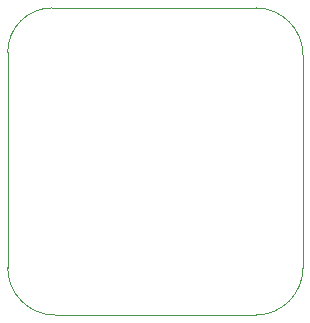
<source format=gbr>
%TF.GenerationSoftware,KiCad,Pcbnew,9.0.0*%
%TF.CreationDate,2026-02-19T11:21:19+01:00*%
%TF.ProjectId,SwitchlessMOD,53776974-6368-46c6-9573-734d4f442e6b,rev?*%
%TF.SameCoordinates,Original*%
%TF.FileFunction,Profile,NP*%
%FSLAX46Y46*%
G04 Gerber Fmt 4.6, Leading zero omitted, Abs format (unit mm)*
G04 Created by KiCad (PCBNEW 9.0.0) date 2026-02-19 11:21:19*
%MOMM*%
%LPD*%
G01*
G04 APERTURE LIST*
%TA.AperFunction,Profile*%
%ADD10C,0.050000*%
%TD*%
G04 APERTURE END LIST*
D10*
X127000000Y-92750000D02*
X127000000Y-111000000D01*
X130800000Y-89000000D02*
X130750000Y-89000000D01*
X148000000Y-115000000D02*
X131000000Y-115000000D01*
X127000000Y-92750000D02*
G75*
G02*
X130750000Y-89000000I3750000J0D01*
G01*
X152000000Y-93200000D02*
X152000000Y-111000000D01*
X152000000Y-93000000D02*
X152000000Y-93200000D01*
X131000000Y-89000000D02*
X148000000Y-89000000D01*
X148000000Y-88999973D02*
G75*
G02*
X152000027Y-93000000I0J-4000027D01*
G01*
X131000000Y-89000000D02*
X130800000Y-89000000D01*
X152000000Y-111000000D02*
G75*
G02*
X148000000Y-115000000I-4000000J0D01*
G01*
X131000000Y-115000000D02*
G75*
G02*
X127000000Y-111000000I0J4000000D01*
G01*
M02*

</source>
